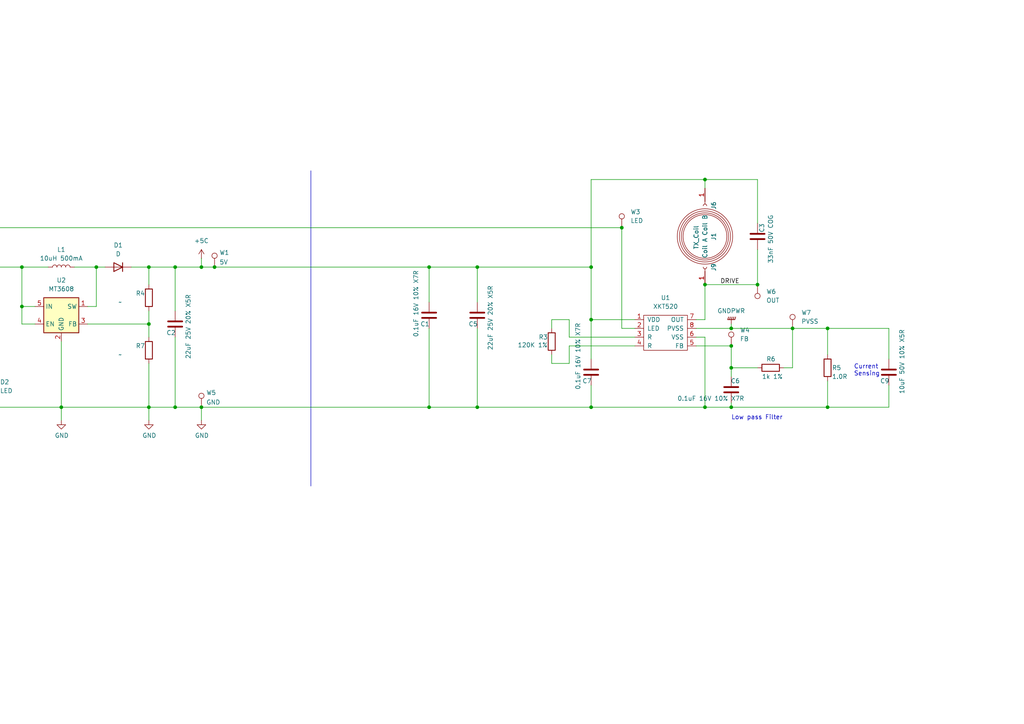
<source format=kicad_sch>
(kicad_sch (version 20250114) (generator "eeschema") (generator_version "9.0")
  (paper "A4")
  (lib_symbols
    (symbol "Connector:Conn_01x01_Female" (pin_names (offset 1.016) (hide yes))
      (property "Reference" "J" (at 0 2.54 0))
      (property "Value" "Conn_01x01_Female" (at 0 -2.54 0))
      (symbol "Conn_01x01_Female_1_1"
        (polyline (pts (xy -1.27 0) (xy -0.508 0)) (stroke (width 0.1524)))
        (arc (start 0 -0.508) (mid -0.5058 0) (end 0 0.508) (stroke (width 0.1524)))
        (pin passive line (at -5.08 0 0) (length 3.81) (name "Pin_1") (number "1"))
      )
    )
    (symbol "Connector:Screw_Terminal_01x02" (pin_names (offset 1.016) (hide yes))
      (property "Reference" "J" (at 0 2.54 0))
      (property "Value" "Screw_Terminal_01x02" (at 0 -5.08 0))
      (symbol "Screw_Terminal_01x02_1_1"
        (rectangle (start -1.27 1.27) (end 1.27 -3.81) (stroke (width 0.254)) (fill (type background)))
        (polyline (pts (xy -0.5334 0.3302) (xy 0.3302 -0.508)) (stroke (width 0.1524)))
        (polyline (pts (xy -0.5334 -2.2098) (xy 0.3302 -3.048)) (stroke (width 0.1524)))
        (polyline (pts (xy -0.3556 0.508) (xy 0.508 -0.3302)) (stroke (width 0.1524)))
        (polyline (pts (xy -0.3556 -2.032) (xy 0.508 -2.8702)) (stroke (width 0.1524)))
        (circle (center 0 0) (radius 0.635) (stroke (width 0.1524)))
        (circle (center 0 -2.54) (radius 0.635) (stroke (width 0.1524)))
        (pin passive line (at -5.08 0 0) (length 3.81) (name "Pin_1") (number "1"))
        (pin passive line (at -5.08 -2.54 0) (length 3.81) (name "Pin_2") (number "2"))
      )
    )
    (symbol "Device:C" (pin_numbers (hide yes)) (pin_names (offset 0.254))
      (property "Reference" "C" (at 0.635 2.54 0))
      (property "Value" "C" (at 0.635 -2.54 0))
      (symbol "C_0_1"
        (polyline (pts (xy -2.032 0.762) (xy 2.032 0.762)) (stroke (width 0.508)))
        (polyline (pts (xy -2.032 -0.762) (xy 2.032 -0.762)) (stroke (width 0.508)))
      )
      (symbol "C_1_1"
        (pin passive line (at 0 3.81 270) (length 2.794) (name "~") (number "1"))
        (pin passive line (at 0 -3.81 90) (length 2.794) (name "~") (number "2"))
      )
    )
    (symbol "Device:D" (pin_numbers (hide yes)) (pin_names (offset 1.016) (hide yes))
      (property "Reference" "D" (at 0 2.54 0))
      (property "Value" "D" (at 0 -2.54 0))
      (symbol "D_0_1"
        (polyline (pts (xy -1.27 1.27) (xy -1.27 -1.27)) (stroke (width 0.254)))
        (polyline (pts (xy 1.27 1.27) (xy 1.27 -1.27) (xy -1.27 0) (xy 1.27 1.27)) (stroke (width 0.254)))
        (polyline (pts (xy 1.27 0) (xy -1.27 0)))
      )
      (symbol "D_1_1"
        (pin passive line (at -3.81 0 0) (length 2.54) (name "K") (number "1"))
        (pin passive line (at 3.81 0 180) (length 2.54) (name "A") (number "2"))
      )
    )
    (symbol "Device:D_TVS" (pin_numbers (hide yes)) (pin_names (offset 1.016) (hide yes))
      (property "Reference" "D" (at 0 2.54 0))
      (property "Value" "D_TVS" (at 0 -2.54 0))
      (symbol "D_TVS_0_1"
        (polyline (pts (xy -2.54 1.27) (xy -2.54 -1.27) (xy 2.54 1.27) (xy 2.54 -1.27) (xy -2.54 1.27)) (stroke (width 0.254)))
        (polyline (pts (xy 0.508 1.27) (xy 0 1.27) (xy 0 -1.27) (xy -0.508 -1.27)) (stroke (width 0.254)))
        (polyline (pts (xy 1.27 0) (xy -1.27 0)))
      )
      (symbol "D_TVS_1_1"
        (pin passive line (at -3.81 0 0) (length 2.54) (name "A1") (number "1"))
        (pin passive line (at 3.81 0 180) (length 2.54) (name "A2") (number "2"))
      )
    )
    (symbol "Device:L" (pin_numbers (hide yes)) (pin_names (offset 1.016) (hide yes))
      (property "Reference" "L" (at -1.27 0 90))
      (property "Value" "L" (at 1.905 0 90))
      (symbol "L_0_1"
        (arc (start 0 2.54) (mid 0.6323 1.905) (end 0 1.27))
        (arc (start 0 1.27) (mid 0.6323 0.635) (end 0 0))
        (arc (start 0 0) (mid 0.6323 -0.635) (end 0 -1.27))
        (arc (start 0 -1.27) (mid 0.6323 -1.905) (end 0 -2.54))
      )
      (symbol "L_1_1"
        (pin passive line (at 0 3.81 270) (length 1.27) (name "1") (number "1"))
        (pin passive line (at 0 -3.81 90) (length 1.27) (name "2") (number "2"))
      )
    )
    (symbol "Device:LED" (pin_numbers (hide yes)) (pin_names (offset 1.016) (hide yes))
      (property "Reference" "D" (at 0 2.54 0))
      (property "Value" "LED" (at 0 -2.54 0))
      (symbol "LED_0_1"
        (polyline (pts (xy -3.048 -0.762) (xy -4.572 -2.286) (xy -3.81 -2.286) (xy -4.572 -2.286) (xy -4.572 -1.524)))
        (polyline (pts (xy -1.778 -0.762) (xy -3.302 -2.286) (xy -2.54 -2.286) (xy -3.302 -2.286) (xy -3.302 -1.524)))
        (polyline (pts (xy -1.27 0) (xy 1.27 0)))
        (polyline (pts (xy -1.27 -1.27) (xy -1.27 1.27)) (stroke (width 0.254)))
        (polyline (pts (xy 1.27 -1.27) (xy 1.27 1.27) (xy -1.27 0) (xy 1.27 -1.27)) (stroke (width 0.254)))
      )
      (symbol "LED_1_1"
        (pin passive line (at -3.81 0 0) (length 2.54) (name "K") (number "1"))
        (pin passive line (at 3.81 0 180) (length 2.54) (name "A") (number "2"))
      )
    )
    (symbol "Device:Polyfuse" (pin_numbers (hide yes)) (pin_names (offset 0))
      (property "Reference" "F" (at -2.54 0 90))
      (property "Value" "Polyfuse" (at 2.54 0 90))
      (symbol "Polyfuse_0_1"
        (polyline (pts (xy -1.524 2.54) (xy -1.524 1.524) (xy 1.524 -1.524) (xy 1.524 -2.54)))
        (rectangle (start -0.762 2.54) (end 0.762 -2.54) (stroke (width 0.254)))
        (polyline (pts (xy 0 2.54) (xy 0 -2.54)))
      )
      (symbol "Polyfuse_1_1"
        (pin passive line (at 0 3.81 270) (length 1.27) (name "~") (number "1"))
        (pin passive line (at 0 -3.81 90) (length 1.27) (name "~") (number "2"))
      )
    )
    (symbol "Device:R" (pin_numbers (hide yes)) (pin_names (offset 0))
      (property "Reference" "R" (at 2.032 0 90))
      (property "Value" "R" (at 0 0 90))
      (symbol "R_0_1"
        (rectangle (start -1.016 -2.54) (end 1.016 2.54) (stroke (width 0.254)))
      )
      (symbol "R_1_1"
        (pin passive line (at 0 3.81 270) (length 1.27) (name "~") (number "1"))
        (pin passive line (at 0 -3.81 90) (length 1.27) (name "~") (number "2"))
      )
    )
    (symbol "Pixels-dice:TEST_1P-conn" (pin_numbers (hide yes)) (pin_names (offset 0.762) (hide yes))
      (property "Reference" "W" (at 0 6.858 0))
      (property "Value" "TEST_1P-conn" (at 0 5.08 0))
      (symbol "TEST_1P-conn_0_1"
        (circle (center 0 3.302) (radius 0.762))
      )
      (symbol "TEST_1P-conn_1_1"
        (pin passive line (at 0 0 90) (length 2.54) (name "1") (number "1"))
      )
    )
    (symbol "Pixels-dice:TX_Coil"
      (property "Reference" "J" (at 0 10.16 0))
      (property "Value" "TX_Coil" (at 0 -10.16 0))
      (symbol "TX_Coil_0_1"
        (circle (center 0 0) (radius 6.35))
        (circle (center 0 0) (radius 6.8392))
        (circle (center 0 0) (radius 7.4053))
        (circle (center 0 0) (radius 8.0322))
      )
    )
    (symbol "Pixels-dice:USB_C_Receptacle_USB2.0" (pin_names (offset 1.016))
      (property "Reference" "J" (at -10.16 19.05 0))
      (property "Value" "USB_C_Receptacle_USB2.0" (at 19.05 19.05 0))
      (symbol "USB_C_Receptacle_USB2.0_0_0"
        (rectangle (start -0.254 -17.78) (end 0.254 -16.764))
        (rectangle (start 10.16 15.494) (end 9.144 14.986))
        (rectangle (start 10.16 10.414) (end 9.144 9.906))
        (rectangle (start 10.16 7.874) (end 9.144 7.366))
        (rectangle (start 10.16 2.794) (end 9.144 2.286))
        (rectangle (start 10.16 0.254) (end 9.144 -0.254))
        (rectangle (start 10.16 -2.286) (end 9.144 -2.794))
        (rectangle (start 10.16 -4.826) (end 9.144 -5.334))
        (rectangle (start 10.16 -12.446) (end 9.144 -12.954))
        (rectangle (start 10.16 -14.986) (end 9.144 -15.494))
      )
      (symbol "USB_C_Receptacle_USB2.0_0_1"
        (rectangle (start -10.16 17.78) (end 10.16 -17.78) (stroke (width 0.254)) (fill (type background)))
        (polyline (pts (xy -8.89 -3.81) (xy -8.89 3.81)) (stroke (width 0.508)))
        (rectangle (start -7.62 -3.81) (end -6.35 3.81) (stroke (width 0.254)) (fill (type outline)))
        (arc (start -7.62 3.81) (mid -6.985 4.4422) (end -6.35 3.81) (stroke (width 0.254)))
        (arc (start -7.62 3.81) (mid -6.985 4.4422) (end -6.35 3.81) (stroke (width 0.254)) (fill (type outline)))
        (arc (start -8.89 3.81) (mid -6.985 5.7066) (end -5.08 3.81) (stroke (width 0.508)))
        (arc (start -5.08 -3.81) (mid -6.985 -5.7066) (end -8.89 -3.81) (stroke (width 0.508)))
        (arc (start -6.35 -3.81) (mid -6.985 -4.4422) (end -7.62 -3.81) (stroke (width 0.254)))
        (arc (start -6.35 -3.81) (mid -6.985 -4.4422) (end -7.62 -3.81) (stroke (width 0.254)) (fill (type outline)))
        (polyline (pts (xy -5.08 3.81) (xy -5.08 -3.81)) (stroke (width 0.508)))
        (circle (center -2.54 1.143) (radius 0.635) (stroke (width 0.254)) (fill (type outline)))
        (polyline (pts (xy -1.27 4.318) (xy 0 6.858) (xy 1.27 4.318) (xy -1.27 4.318)) (stroke (width 0.254)) (fill (type outline)))
        (polyline (pts (xy 0 -2.032) (xy 2.54 0.508) (xy 2.54 1.778)) (stroke (width 0.508)))
        (polyline (pts (xy 0 -3.302) (xy -2.54 -0.762) (xy -2.54 0.508)) (stroke (width 0.508)))
        (polyline (pts (xy 0 -5.842) (xy 0 4.318)) (stroke (width 0.508)))
        (circle (center 0 -5.842) (radius 1.27) (fill (type outline)))
        (rectangle (start 1.905 1.778) (end 3.175 3.048) (stroke (width 0.254)) (fill (type outline)))
      )
      (symbol "USB_C_Receptacle_USB2.0_1_1"
        (pin passive line (at -7.62 -22.86 90) (length 5.08) (name "SHIELD") (number "S1"))
        (pin passive line (at 0 -22.86 90) (length 5.08) (name "GND") (number "A12"))
        (pin passive line (at 0 -22.86 90) (length 5.08) (hide yes) (name "GND") (number "B12"))
        (pin passive line (at 15.24 15.24 180) (length 5.08) (name "VBUS") (number "A9"))
        (pin passive line (at 15.24 15.24 180) (length 5.08) (hide yes) (name "VBUS") (number "B9"))
        (pin bidirectional line (at 15.24 10.16 180) (length 5.08) (name "CC1") (number "A5"))
        (pin bidirectional line (at 15.24 7.62 180) (length 5.08) (name "CC2") (number "B5"))
      )
    )
    (symbol "Pixels-dice:XKT520" (pin_names (offset 1.016))
      (property "Reference" "U" (at 0 6.35 0))
      (property "Value" "XKT520" (at 0 -6.35 0))
      (symbol "XKT520_0_1"
        (rectangle (start -6.35 5.08) (end 6.35 -5.08))
      )
      (symbol "XKT520_1_1"
        (pin power_in line (at -8.89 3.81 0) (length 2.54) (name "VDD") (number "1"))
        (pin output line (at -8.89 1.27 0) (length 2.54) (name "LED") (number "2"))
        (pin passive line (at -8.89 -1.27 0) (length 2.54) (name "R") (number "3"))
        (pin passive line (at -8.89 -3.81 0) (length 2.54) (name "R") (number "4"))
        (pin output line (at 8.89 3.81 180) (length 2.54) (name "OUT") (number "7"))
        (pin output line (at 8.89 1.27 180) (length 2.54) (name "PVSS") (number "8"))
        (pin power_in line (at 8.89 -1.27 180) (length 2.54) (name "VSS") (number "6"))
        (pin input line (at 8.89 -3.81 180) (length 2.54) (name "FB") (number "5"))
      )
    )
    (symbol "Regulator_Switching:MT3608"
      (property "Reference" "U" (at -2.54 8.89 0))
      (property "Value" "MT3608" (at -3.81 6.35 0))
      (symbol "MT3608_0_1"
        (rectangle (start -5.08 5.08) (end 5.08 -5.08) (stroke (width 0.254)) (fill (type background)))
      )
      (symbol "MT3608_1_1"
        (pin power_in line (at -7.62 2.54 0) (length 2.54) (name "IN") (number "5"))
        (pin input line (at -7.62 -2.54 0) (length 2.54) (name "EN") (number "4"))
        (pin power_in line (at 0 -7.62 90) (length 2.54) (name "GND") (number "2"))
        (pin no_connect line (at 5.08 0 180) (length 2.54) (hide yes) (name "NC") (number "6"))
        (pin passive line (at 7.62 2.54 180) (length 2.54) (name "SW") (number "1"))
        (pin input line (at 7.62 -2.54 180) (length 2.54) (name "FB") (number "3"))
      )
    )
    (symbol "Transistor_FET:2N7002" (pin_names (hide yes))
      (property "Reference" "Q" (at 5.08 1.905 0))
      (property "Value" "2N7002" (at 5.08 0 0))
      (symbol "2N7002_0_1"
        (polyline (pts (xy 0.254 1.905) (xy 0.254 -1.905)) (stroke (width 0.254)))
        (polyline (pts (xy 0.254 0) (xy -2.54 0)))
        (polyline (pts (xy 0.762 2.286) (xy 0.762 1.27)) (stroke (width 0.254)))
        (polyline (pts (xy 0.762 0.508) (xy 0.762 -0.508)) (stroke (width 0.254)))
        (polyline (pts (xy 0.762 -1.27) (xy 0.762 -2.286)) (stroke (width 0.254)))
        (polyline (pts (xy 0.762 -1.778) (xy 3.302 -1.778) (xy 3.302 1.778) (xy 0.762 1.778)))
        (polyline (pts (xy 1.016 0) (xy 2.032 0.381) (xy 2.032 -0.381) (xy 1.016 0)) (fill (type outline)))
        (circle (center 1.651 0) (radius 2.794) (stroke (width 0.254)))
        (polyline (pts (xy 2.54 2.54) (xy 2.54 1.778)))
        (circle (center 2.54 1.778) (radius 0.254) (fill (type outline)))
        (circle (center 2.54 -1.778) (radius 0.254) (fill (type outline)))
        (polyline (pts (xy 2.54 -2.54) (xy 2.54 0) (xy 0.762 0)))
        (polyline (pts (xy 2.794 0.508) (xy 2.921 0.381) (xy 3.683 0.381) (xy 3.81 0.254)))
        (polyline (pts (xy 3.302 0.381) (xy 2.921 -0.254) (xy 3.683 -0.254) (xy 3.302 0.381)))
      )
      (symbol "2N7002_1_1"
        (pin input line (at -5.08 0 0) (length 2.54) (name "G") (number "1"))
        (pin passive line (at 2.54 5.08 270) (length 2.54) (name "D") (number "3"))
        (pin passive line (at 2.54 -5.08 90) (length 2.54) (name "S") (number "2"))
      )
    )
    (symbol "power:+5C" (power) (pin_numbers (hide yes)) (pin_names (offset 0) (hide yes))
      (property "Value" "+5C" (at 0 3.556 0))
      (symbol "+5C_0_1"
        (polyline (pts (xy -0.762 1.27) (xy 0 2.54)))
        (polyline (pts (xy 0 2.54) (xy 0.762 1.27)))
        (polyline (pts (xy 0 0) (xy 0 2.54)))
      )
      (symbol "+5C_1_1"
        (pin power_in line (at 0 0 90) (length 0) (name "~") (number "1"))
      )
    )
    (symbol "power:+5V" (power) (pin_numbers (hide yes)) (pin_names (offset 0) (hide yes))
      (property "Value" "+5V" (at 0 3.556 0))
      (symbol "+5V_0_1"
        (polyline (pts (xy -0.762 1.27) (xy 0 2.54)))
        (polyline (pts (xy 0 2.54) (xy 0.762 1.27)))
        (polyline (pts (xy 0 0) (xy 0 2.54)))
      )
      (symbol "+5V_1_1"
        (pin power_in line (at 0 0 90) (length 0) (name "~") (number "1"))
      )
    )
    (symbol "power:GND" (power) (pin_names (offset 0))
      (property "Value" "GND" (at 0 -3.81 0))
      (symbol "GND_0_1"
        (polyline (pts (xy 0 0) (xy 0 -1.27) (xy 1.27 -1.27) (xy 0 -2.54) (xy -1.27 -1.27) (xy 0 -1.27)))
      )
      (symbol "GND_1_1"
        (pin power_in line (at 0 0 270) (length 0) (hide yes) (name "GND") (number "1"))
      )
    )
    (symbol "power:GNDPWR" (power) (pin_names (offset 0))
      (property "Value" "GNDPWR" (at 0 -3.302 0))
      (symbol "GNDPWR_0_1"
        (polyline (pts (xy -1.016 -1.27) (xy -1.27 -2.032) (xy -1.27 -2.032)) (stroke (width 0.2032)))
        (polyline (pts (xy -0.508 -1.27) (xy -0.762 -2.032) (xy -0.762 -2.032)) (stroke (width 0.2032)))
        (polyline (pts (xy 0 -1.27) (xy 0 0)))
        (polyline (pts (xy 0 -1.27) (xy -0.254 -2.032) (xy -0.254 -2.032)) (stroke (width 0.2032)))
        (polyline (pts (xy 0.508 -1.27) (xy 0.254 -2.032) (xy 0.254 -2.032)) (stroke (width 0.2032)))
        (polyline (pts (xy 1.016 -1.27) (xy -1.016 -1.27) (xy -1.016 -1.27)) (stroke (width 0.2032)))
        (polyline (pts (xy 1.016 -1.27) (xy 0.762 -2.032) (xy 0.762 -2.032) (xy 0.762 -2.032)) (stroke (width 0.2032)))
      )
      (symbol "GNDPWR_1_1"
        (pin power_in line (at 0 0 270) (length 0) (hide yes) (name "GNDPWR") (number "1"))
      )
    )
    (symbol "power:VBUS" (power) (pin_names (offset 0))
      (property "Value" "VBUS" (at 0 3.81 0))
      (symbol "VBUS_0_1"
        (polyline (pts (xy -0.762 1.27) (xy 0 2.54)))
        (polyline (pts (xy 0 2.54) (xy 0.762 1.27)))
        (polyline (pts (xy 0 0) (xy 0 2.54)))
      )
      (symbol "VBUS_1_1"
        (pin power_in line (at 0 0 90) (length 0) (hide yes) (name "VBUS") (number "1"))
      )
    )
  )
  (text "ESD Protection" (at -72.644 104.648 0) (effects (font (size 1.27 1.27)) (justify left bottom)))
  (text "Current\nSensing" (at 247.65 109.22 0) (effects (font (size 1.27 1.27)) (justify left bottom)))
  (text "1500mA\n(Common Value)" (at -100.33 99.06 0) (effects (font (size 1.27 1.27)) (justify left bottom)))
  (text "Low pass Filter" (at 212.09 121.92 0) (effects (font (size 1.27 1.27)) (justify left bottom)))
  (text "Limits inrush current" (at -70.612 82.804 0) (effects (font (size 1.27 1.27)) (justify left bottom)))
  (junction (at -85.09 118.11))
  (junction (at -97.79 77.47))
  (junction (at -16.51 97.79))
  (junction (at 171.45 92.71))
  (junction (at 17.78 118.11))
  (junction (at 204.47 52.07))
  (junction (at -3.81 97.79))
  (junction (at -26.67 77.47))
  (junction (at -52.07 77.47))
  (junction (at 58.42 77.47))
  (junction (at 171.45 118.11))
  (junction (at 212.09 100.33))
  (junction (at -91.44 118.11))
  (junction (at -73.66 118.11))
  (junction (at 138.43 77.47))
  (junction (at 6.35 77.47))
  (junction (at 27.94 77.47))
  (junction (at 219.71 82.55))
  (junction (at 58.42 118.11))
  (junction (at 124.46 118.11))
  (junction (at -3.81 118.11))
  (junction (at 212.09 106.68))
  (junction (at -68.58 77.47))
  (junction (at 50.8 118.11))
  (junction (at 50.8 77.47))
  (junction (at 240.03 95.25))
  (junction (at 43.18 118.11))
  (junction (at 171.45 77.47))
  (junction (at 62.23 77.47))
  (junction (at -46.99 118.11))
  (junction (at 6.35 88.9))
  (junction (at 43.18 93.98))
  (junction (at -40.64 118.11))
  (junction (at 138.43 118.11))
  (junction (at 180.34 66.04))
  (junction (at -40.64 77.47))
  (junction (at 212.09 118.11))
  (junction (at 204.47 82.55))
  (junction (at -16.51 118.11))
  (junction (at 124.46 77.47))
  (junction (at 43.18 77.47))
  (junction (at -114.3 118.11))
  (junction (at -46.99 77.47))
  (junction (at 229.87 95.25))
  (junction (at -26.67 118.11))
  (junction (at 240.03 118.11))
  (junction (at 212.09 95.25))
  (junction (at 204.47 118.11))
  (junction (at -73.66 77.47))
  (wire (pts (xy 165.1 92.71) (xy 160.02 92.71)))
  (wire (pts (xy -16.51 111.76) (xy -16.51 118.11)))
  (wire (pts (xy -64.77 86.36) (xy -68.58 86.36)))
  (wire (pts (xy 6.35 77.47) (xy 13.97 77.47)))
  (wire (pts (xy 43.18 93.98) (xy 43.18 97.79)))
  (wire (pts (xy 227.33 106.68) (xy 229.87 106.68)))
  (wire (pts (xy 212.09 93.98) (xy 212.09 95.25)))
  (wire (pts (xy 165.1 105.41) (xy 160.02 105.41)))
  (wire (pts (xy 204.47 54.61) (xy 204.47 52.07)))
  (wire (pts (xy 219.71 82.55) (xy 204.47 82.55)))
  (wire (pts (xy 212.09 106.68) (xy 212.09 109.22)))
  (wire (pts (xy 17.78 99.06) (xy 17.78 118.11)))
  (wire (pts (xy -3.81 97.79) (xy -3.81 106.68)))
  (wire (pts (xy -73.66 77.47) (xy -73.66 87.63)))
  (wire (pts (xy -85.09 82.55) (xy -85.09 87.63)))
  (wire (pts (xy 124.46 118.11) (xy 138.43 118.11)))
  (wire (pts (xy 6.35 88.9) (xy 6.35 77.47)))
  (wire (pts (xy 43.18 118.11) (xy 43.18 121.92)))
  (wire (pts (xy 240.03 95.25) (xy 257.81 95.25)))
  (wire (pts (xy 204.47 92.71) (xy 201.93 92.71)))
  (wire (pts (xy 212.09 95.25) (xy 229.87 95.25)))
  (wire (pts (xy 212.09 106.68) (xy 219.71 106.68)))
  (wire (pts (xy 165.1 92.71) (xy 165.1 97.79)))
  (wire (pts (xy 201.93 100.33) (xy 212.09 100.33)))
  (wire (pts (xy -26.67 83.82) (xy -26.67 77.47)))
  (wire (pts (xy -68.58 77.47) (xy -64.77 77.47)))
  (wire (pts (xy 180.34 66.04) (xy 180.34 95.25)))
  (wire (pts (xy -26.67 102.87) (xy -26.67 118.11)))
  (wire (pts (xy 171.45 52.07) (xy 204.47 52.07)))
  (wire (pts (xy -40.64 77.47) (xy -26.67 77.47)))
  (polyline (pts (xy 90.17 49.53) (xy 90.17 140.97)))
  (wire (pts (xy -46.99 118.11) (xy -40.64 118.11)))
  (wire (pts (xy 43.18 77.47) (xy 43.18 82.55)))
  (wire (pts (xy -52.07 77.47) (xy -46.99 77.47)))
  (wire (pts (xy -24.13 83.82) (xy -26.67 83.82)))
  (wire (pts (xy -46.99 118.11) (xy -46.99 121.92)))
  (wire (pts (xy 17.78 118.11) (xy 43.18 118.11)))
  (wire (pts (xy 257.81 118.11) (xy 240.03 118.11)))
  (wire (pts (xy 50.8 77.47) (xy 58.42 77.47)))
  (wire (pts (xy 124.46 77.47) (xy 138.43 77.47)))
  (wire (pts (xy -57.15 77.47) (xy -52.07 77.47)))
  (wire (pts (xy -6.35 97.79) (xy -3.81 97.79)))
  (wire (pts (xy -46.99 77.47) (xy -40.64 77.47)))
  (wire (pts (xy 25.4 88.9) (xy 27.94 88.9)))
  (wire (pts (xy 171.45 52.07) (xy 171.45 77.47)))
  (wire (pts (xy 138.43 77.47) (xy 171.45 77.47)))
  (wire (pts (xy 219.71 72.39) (xy 219.71 82.55)))
  (wire (pts (xy 219.71 52.07) (xy 204.47 52.07)))
  (wire (pts (xy -46.99 74.93) (xy -46.99 77.47)))
  (wire (pts (xy 38.1 77.47) (xy 43.18 77.47)))
  (wire (pts (xy 58.42 118.11) (xy 58.42 121.92)))
  (wire (pts (xy 165.1 105.41) (xy 165.1 100.33)))
  (wire (pts (xy 219.71 52.07) (xy 219.71 64.77)))
  (wire (pts (xy 50.8 77.47) (xy 50.8 90.17)))
  (wire (pts (xy 43.18 118.11) (xy 50.8 118.11)))
  (wire (pts (xy 138.43 118.11) (xy 171.45 118.11)))
  (wire (pts (xy -85.09 95.25) (xy -85.09 118.11)))
  (wire (pts (xy 257.81 111.76) (xy 257.81 118.11)))
  (wire (pts (xy 229.87 95.25) (xy 240.03 95.25)))
  (wire (pts (xy 204.47 97.79) (xy 204.47 118.11)))
  (wire (pts (xy 17.78 118.11) (xy 17.78 121.92)))
  (wire (pts (xy 58.42 77.47) (xy 62.23 77.47)))
  (wire (pts (xy -3.81 66.04) (xy -3.81 97.79)))
  (wire (pts (xy -3.81 118.11) (xy 17.78 118.11)))
  (wire (pts (xy -46.99 90.17) (xy -46.99 118.11)))
  (wire (pts (xy -3.81 66.04) (xy 180.34 66.04)))
  (wire (pts (xy 204.47 82.55) (xy 204.47 92.71)))
  (wire (pts (xy -121.92 115.57) (xy -121.92 118.11)))
  (wire (pts (xy -73.66 77.47) (xy -68.58 77.47)))
  (wire (pts (xy -40.64 118.11) (xy -40.64 121.92)))
  (wire (pts (xy 240.03 118.11) (xy 212.09 118.11)))
  (wire (pts (xy -16.51 97.79) (xy -13.97 97.79)))
  (wire (pts (xy -99.06 77.47) (xy -97.79 77.47)))
  (wire (pts (xy -26.67 77.47) (xy 6.35 77.47)))
  (wire (pts (xy 43.18 90.17) (xy 43.18 93.98)))
  (wire (pts (xy 171.45 92.71) (xy 171.45 104.14)))
  (wire (pts (xy -73.66 118.11) (xy -46.99 118.11)))
  (wire (pts (xy -40.64 77.47) (xy -40.64 82.55)))
  (wire (pts (xy 43.18 105.41) (xy 43.18 118.11)))
  (wire (pts (xy -97.79 77.47) (xy -73.66 77.47)))
  (wire (pts (xy -26.67 86.36) (xy -24.13 86.36)))
  (wire (pts (xy -85.09 118.11) (xy -73.66 118.11)))
  (wire (pts (xy -52.07 86.36) (xy -52.07 77.47)))
  (wire (pts (xy 27.94 88.9) (xy 27.94 77.47)))
  (wire (pts (xy -114.3 118.11) (xy -91.44 118.11)))
  (wire (pts (xy 212.09 106.68) (xy 212.09 100.33)))
  (wire (pts (xy -16.51 118.11) (xy -3.81 118.11)))
  (wire (pts (xy 62.23 77.47) (xy 124.46 77.47)))
  (wire (pts (xy 180.34 95.25) (xy 184.15 95.25)))
  (wire (pts (xy 58.42 118.11) (xy 124.46 118.11)))
  (wire (pts (xy -40.64 118.11) (xy -26.67 118.11)))
  (wire (pts (xy 30.48 77.47) (xy 27.94 77.47)))
  (wire (pts (xy -91.44 95.25) (xy -91.44 118.11)))
  (wire (pts (xy -99.06 82.55) (xy -85.09 82.55)))
  (wire (pts (xy 124.46 95.25) (xy 124.46 118.11)))
  (wire (pts (xy 138.43 95.25) (xy 138.43 118.11)))
  (wire (pts (xy -3.81 114.3) (xy -3.81 118.11)))
  (wire (pts (xy 171.45 77.47) (xy 171.45 92.71)))
  (wire (pts (xy 50.8 97.79) (xy 50.8 118.11)))
  (wire (pts (xy 229.87 106.68) (xy 229.87 95.25)))
  (wire (pts (xy 160.02 105.41) (xy 160.02 102.87)))
  (wire (pts (xy -91.44 118.11) (xy -91.44 121.92)))
  (wire (pts (xy 58.42 74.93) (xy 58.42 77.47)))
  (wire (pts (xy -57.15 86.36) (xy -52.07 86.36)))
  (wire (pts (xy 171.45 92.71) (xy 184.15 92.71)))
  (wire (pts (xy 10.16 93.98) (xy 6.35 93.98)))
  (wire (pts (xy -19.05 97.79) (xy -16.51 97.79)))
  (wire (pts (xy 171.45 111.76) (xy 171.45 118.11)))
  (wire (pts (xy 160.02 92.71) (xy 160.02 95.25)))
  (wire (pts (xy 138.43 77.47) (xy 138.43 87.63)))
  (wire (pts (xy -73.66 95.25) (xy -73.66 118.11)))
  (wire (pts (xy 240.03 95.25) (xy 240.03 102.87)))
  (wire (pts (xy -26.67 118.11) (xy -16.51 118.11)))
  (wire (pts (xy 50.8 118.11) (xy 58.42 118.11)))
  (wire (pts (xy -91.44 118.11) (xy -85.09 118.11)))
  (wire (pts (xy -40.64 90.17) (xy -40.64 118.11)))
  (wire (pts (xy 10.16 88.9) (xy 6.35 88.9)))
  (wire (pts (xy 6.35 93.98) (xy 6.35 88.9)))
  (wire (pts (xy 165.1 100.33) (xy 184.15 100.33)))
  (wire (pts (xy 201.93 95.25) (xy 212.09 95.25)))
  (wire (pts (xy 240.03 110.49) (xy 240.03 118.11)))
  (wire (pts (xy 257.81 95.25) (xy 257.81 104.14)))
  (wire (pts (xy -16.51 97.79) (xy -16.51 104.14)))
  (wire (pts (xy -91.44 85.09) (xy -91.44 87.63)))
  (wire (pts (xy -26.67 86.36) (xy -26.67 92.71)))
  (wire (pts (xy 124.46 87.63) (xy 124.46 77.47)))
  (wire (pts (xy -99.06 85.09) (xy -91.44 85.09)))
  (wire (pts (xy 204.47 97.79) (xy 201.93 97.79)))
  (wire (pts (xy 204.47 118.11) (xy 212.09 118.11)))
  (wire (pts (xy -114.3 115.57) (xy -114.3 118.11)))
  (wire (pts (xy 21.59 77.47) (xy 27.94 77.47)))
  (wire (pts (xy -97.79 74.93) (xy -97.79 77.47)))
  (wire (pts (xy -68.58 86.36) (xy -68.58 77.47)))
  (wire (pts (xy 212.09 116.84) (xy 212.09 118.11)))
  (wire (pts (xy 25.4 93.98) (xy 43.18 93.98)))
  (wire (pts (xy 171.45 118.11) (xy 204.47 118.11)))
  (wire (pts (xy 165.1 97.79) (xy 184.15 97.79)))
  (wire (pts (xy 43.18 77.47) (xy 50.8 77.47)))
  (wire (pts (xy -46.99 77.47) (xy -46.99 82.55)))
  (wire (pts (xy -121.92 118.11) (xy -114.3 118.11)))
  (label "DRIVE" (at 208.915 82.55 0))
  (symbol (lib_id "Pixels-dice:USB_C_Receptacle_USB2.0") (at -114.3 92.71 0) (unit 1)
    (property "Reference" "J8" (at -106.68 113.03 0))
    (property "Value" "USB_C_Receptacle_USB2.0" (at -125.73 95.25 90))
    (property "Footprint" "Pixels-dice:USB-C-SMD_10P-P1.00-L6.8-W8.9" (effects (hide yes)))
    (property "Datasheet" "https://www.usb.org/sites/default/files/documents/usb_type-c.zip" (effects (hide yes)))
    (property "LCSC Part Number" "C283540" (effects (hide yes)))
    (property "Part Number" "TYPE-C-31-M-17" (effects (hide yes)))
    (property "Manufacturer" "Korean Hroparts Elec" (effects (hide yes)))
    (property "Pixels Part Number" "SMD-J108" (effects (hide yes)))
  )
  (symbol (lib_id "Device:R") (at -85.09 91.44 180) (unit 1)
    (property "Reference" "R2" (at -83.82 91.44 0) (effects (justify right)))
    (property "Value" "5.1k 1%" (at -83.82 93.98 0) (effects (justify right)))
    (property "Footprint" "Resistor_SMD:R_0402_1005Metric" (effects (hide yes)))
    (property "LCSC Part Number" "C25905" (effects (hide yes)))
    (property "Part Number" "0402WGF5101TCE" (effects (hide yes)))
    (property "Manufacturer" "UNI-ROYAL(Uniroyal Elec)" (effects (hide yes)))
    (property "Pixels Part Number" "SMD-R101" (effects (hide yes)))
  )
  (symbol (lib_id "Device:C") (at 50.8 93.98 0) (unit 1)
    (property "Reference" "C2" (at 48.26 96.52 0) (effects (justify left)))
    (property "Value" "22uF 25V 20% X5R" (at 54.61 104.14 90) (effects (justify left)))
    (property "Footprint" "Capacitor_SMD:C_0805_2012Metric" (effects (hide yes)))
    (property "LCSC Part Number" "C86816" (effects (hide yes)))
    (property "Part Number" "GRM21BR61E226ME44L" (effects (hide yes)))
    (property "Manufacturer" "Murata" (effects (hide yes)))
  )
  (symbol (lib_id "Device:C") (at 124.46 91.44 0) (unit 1)
    (property "Reference" "C1" (at 121.92 93.98 0) (effects (justify left)))
    (property "Value" "0.1uF 16V 10% X7R" (at 120.65 97.79 90) (effects (justify left)))
    (property "Footprint" "Capacitor_SMD:C_0603_1608Metric" (effects (hide yes)))
    (property "LCSC Part Number" "C66501" (effects (hide yes)))
    (property "Part Number" "CL10B104KO8NNNC" (effects (hide yes)))
    (property "Manufacturer" "Samsung Electro-Mechanics" (effects (hide yes)))
  )
  (symbol (lib_id "Connector:Conn_01x01_Female") (at 204.47 77.47 270) (mirror x) (unit 1)
    (property "Reference" "J9" (at 207.01 78.74 0) (effects (justify left)))
    (property "Value" "Coil A" (at 204.47 74.93 0) (effects (justify left)))
    (property "Footprint" "Pixels-dice:COIL_CON" (effects (hide yes)))
  )
  (symbol (lib_id "Connector:Conn_01x01_Female") (at 204.47 59.69 90) (mirror x) (unit 1)
    (property "Reference" "J6" (at 207.01 58.42 0) (effects (justify left)))
    (property "Value" "Coil B" (at 204.47 62.23 0) (effects (justify left)))
    (property "Footprint" "Pixels-dice:COIL_CON" (effects (hide yes)))
  )
  (symbol (lib_id "Device:R") (at -91.44 91.44 180) (unit 1)
    (property "Reference" "R1" (at -95.25 91.44 0) (effects (justify right)))
    (property "Value" "5.1k 1%" (at -100.33 93.98 0) (effects (justify right)))
    (property "Footprint" "Resistor_SMD:R_0402_1005Metric" (effects (hide yes)))
    (property "LCSC Part Number" "C25905" (effects (hide yes)))
    (property "Part Number" "0402WGF5101TCE" (effects (hide yes)))
    (property "Manufacturer" "UNI-ROYAL(Uniroyal Elec)" (effects (hide yes)))
    (property "Pixels Part Number" "SMD-R101" (effects (hide yes)))
  )
  (symbol (lib_id "power:VBUS") (at -97.79 74.93 0) (unit 1)
    (property "Reference" "#PWR08" (effects (hide yes)))
    (property "Value" "VBUS" (at -97.409 70.5358 0))
  )
  (symbol (lib_id "Regulator_Switching:MT3608") (at 17.78 91.44 0) (unit 1)
    (property "Reference" "U2" (at 17.78 81.28 0))
    (property "Value" "MT3608" (at 17.78 83.82 0))
    (property "Footprint" "Package_TO_SOT_SMD:SOT-23-6" (effects (hide yes)))
    (property "Datasheet" "https://www.olimex.com/Products/Breadboarding/BB-PWR-3608/resources/MT3608.pdf" (effects (hide yes)))
    (property "Description" "High Efficiency 1.2MHz 2A Step Up Converter, 2-24V Vin, 28V Vout, 4A current limit, 1.2MHz, SOT23-6" (effects (hide yes)))
  )
  (symbol (lib_id "Device:L") (at 17.78 77.47 90) (unit 1)
    (property "Reference" "L1" (at 17.78 72.39 90))
    (property "Value" "10uH 500mA" (at 17.78 74.93 90))
    (property "Footprint" "Inductor_SMD:L_Taiyo-Yuden_MD-3030" (effects (hide yes)))
    (property "Description" "Inductor" (effects (hide yes)))
  )
  (symbol (lib_id "power:GND") (at -46.99 121.92 0) (unit 1)
    (property "Reference" "#PWR010" (effects (hide yes)))
    (property "Value" "GND" (at -46.863 126.3142 0))
  )
  (symbol (lib_id "Device:C") (at -60.96 86.36 270) (unit 1)
    (property "Reference" "C13" (at -63.5 83.82 0) (effects (justify left)))
    (property "Value" "10uF 50V 10% X5R" (at -58.42 82.55 0) (effects (justify left)))
    (property "Footprint" "Capacitor_SMD:C_0805_2012Metric" (effects (hide yes)))
    (property "LCSC Part Number" "C440198" (effects (hide yes)))
    (property "Part Number" "GRM21BR61H106KE43L" (effects (hide yes)))
    (property "Manufacturer" "Murata" (effects (hide yes)))
  )
  (symbol (lib_id "power:+5C") (at 58.42 74.93 0) (unit 1)
    (property "Reference" "#PWR01" (effects (hide yes)))
    (property "Value" "+5C" (at 58.42 69.85 0))
    (property "Description" "Power symbol creates a global label with name \"+5C\"" (effects (hide yes)))
  )
  (symbol (lib_id "Device:R") (at 43.18 101.6 180) (unit 1)
    (property "Reference" "R7" (at 39.37 100.33 0) (effects (justify right)))
    (property "Value" "~" (at 34.29 102.87 0) (effects (justify right)))
    (property "Footprint" "Resistor_SMD:R_0402_1005Metric" (effects (hide yes)))
    (property "Manufacturer" "UNI-ROYAL(Uniroyal Elec)" (effects (hide yes)))
  )
  (symbol (lib_id "Pixels-dice:TEST_1P-conn") (at 229.87 95.25 0) (unit 1)
    (property "Reference" "W7" (at 232.41 90.6779 0) (effects (justify left)))
    (property "Value" "PVSS" (at 232.41 93.2179 0) (effects (justify left)))
    (property "Footprint" "Pixels-dice:TEST_PIN" (effects (hide yes)))
  )
  (symbol (lib_id "Pixels-dice:TEST_1P-conn") (at 212.09 100.33 0) (unit 1)
    (property "Reference" "W4" (at 214.63 95.7579 0) (effects (justify left)))
    (property "Value" "FB" (at 214.63 98.2979 0) (effects (justify left)))
    (property "Footprint" "Pixels-dice:TEST_PIN" (effects (hide yes)))
  )
  (symbol (lib_id "Device:LED") (at -3.81 110.49 90) (unit 1)
    (property "Reference" "D2" (at 0 110.8074 90) (effects (justify right)))
    (property "Value" "LED" (at 0 113.3474 90) (effects (justify right)))
    (property "Footprint" "LED_SMD:LED_0603_1608Metric" (effects (hide yes)))
    (property "LCSC Part Number" "C125099" (effects (hide yes)))
    (property "Manufacturer" "Lite-On" (effects (hide yes)))
    (property "Part Number" "LTST-C191KRKT" (effects (hide yes)))
  )
  (symbol (lib_id "Pixels-dice:TEST_1P-conn") (at -73.66 77.47 0) (unit 1)
    (property "Reference" "W8" (at -74.93 69.85 0) (effects (justify left)))
    (property "Value" "VBUS" (at -74.93 72.39 0) (effects (justify left)))
    (property "Footprint" "Pixels-dice:TEST_PIN" (effects (hide yes)))
  )
  (symbol (lib_id "Device:C") (at 219.71 68.58 0) (mirror x) (unit 1)
    (property "Reference" "C3" (at 220.98 64.77 90) (effects (justify left)))
    (property "Value" "33nF 50V COG" (at 223.52 62.23 90) (effects (justify left)))
    (property "Footprint" "Capacitor_SMD:C_1206_3216Metric" (effects (hide yes)))
    (property "Part Number" "GRM3195C1H333JA01J" (effects (hide yes)))
    (property "Manufacturer" "Murata" (effects (hide yes)))
  )
  (symbol (lib_id "Connector:Screw_Terminal_01x02") (at -19.05 83.82 0) (unit 1)
    (property "Reference" "J2" (at -19.05 92.71 0))
    (property "Value" "Screw_Terminal_01x02" (at -19.05 90.17 0))
    (property "Footprint" "Pixels-dice:DB125-3.81-2P-GN-S" (effects (hide yes)))
    (property "Manufacturer" "DORABO" (effects (hide yes)))
    (property "Manufacturer Part Number" "DB125-3.81-2P-GN-S" (effects (hide yes)))
    (property "LCSC Part Number" "C395878" (effects (hide yes)))
  )
  (symbol (lib_id "Device:C") (at 257.81 107.95 0) (unit 1)
    (property "Reference" "C9" (at 255.27 110.49 0) (effects (justify left)))
    (property "Value" "10uF 50V 10% X5R" (at 261.62 114.3 90) (effects (justify left)))
    (property "Footprint" "Capacitor_SMD:C_0805_2012Metric" (effects (hide yes)))
    (property "Part Number" "GRM21BR61H106KE43L" (effects (hide yes)))
  )
  (symbol (lib_id "Device:D_TVS") (at -73.66 91.44 270) (unit 1)
    (property "Reference" "D4" (at -71.12 90.1699 90) (effects (justify left)))
    (property "Value" "D_TVS" (at -71.12 92.7099 90) (effects (justify left)))
    (property "Footprint" "Pixels-dice:DFN" (effects (hide yes)))
    (property "Manufacturer" "Murata" (effects (hide yes)))
    (property "Part Number" "LXES1UTAA1-157" (effects (hide yes)))
    (property "LCSC Part Number" "C5210979" (effects (hide yes)))
  )
  (symbol (lib_id "power:GNDPWR") (at 212.09 93.98 180) (unit 1)
    (property "Reference" "#PWR02" (effects (hide yes)))
    (property "Value" "GNDPWR" (at 212.09 90.17 0))
  )
  (symbol (lib_id "Pixels-dice:TEST_1P-conn") (at 58.42 118.11 0) (unit 1)
    (property "Reference" "W5" (at 59.817 113.8995 0) (effects (justify left)))
    (property "Value" "GND" (at 59.817 116.6746 0) (effects (justify left)))
    (property "Footprint" "Pixels-dice:TEST_PIN" (effects (hide yes)))
  )
  (symbol (lib_id "power:GND") (at 58.42 121.92 0) (unit 1)
    (property "Reference" "#PWR03" (effects (hide yes)))
    (property "Value" "GND" (at 58.547 126.3142 0))
  )
  (symbol (lib_id "Device:C") (at -40.64 86.36 0) (unit 1)
    (property "Reference" "C12" (at -41.91 91.44 90) (effects (justify left)))
    (property "Value" "22uF 25V" (at -39.37 87.63 90) (effects (justify right)))
    (property "Footprint" "Capacitor_SMD:C_1210_3225Metric" (effects (hide yes)))
    (property "Manufacturer" "Samsung" (effects (hide yes)))
    (property "Manufacturer Part Number" "CL31A226KAHNNNE" (effects (hide yes)))
    (property "Generic OK" "YES" (effects (hide yes)))
    (property "LCSC Part Number" "C12891" (effects (hide yes)))
  )
  (symbol (lib_id "Device:R") (at 43.18 86.36 180) (unit 1)
    (property "Reference" "R4" (at 39.37 85.09 0) (effects (justify right)))
    (property "Value" "~" (at 34.29 87.63 0) (effects (justify right)))
    (property "Footprint" "Resistor_SMD:R_0402_1005Metric" (effects (hide yes)))
    (property "Manufacturer" "UNI-ROYAL(Uniroyal Elec)" (effects (hide yes)))
  )
  (symbol (lib_id "Device:C") (at -46.99 86.36 0) (unit 1)
    (property "Reference" "C10" (at -48.26 91.44 90) (effects (justify left)))
    (property "Value" "22uF 25V" (at -45.72 87.63 90) (effects (justify right)))
    (property "Footprint" "Capacitor_SMD:C_1210_3225Metric" (effects (hide yes)))
    (property "Manufacturer" "Samsung" (effects (hide yes)))
    (property "Manufacturer Part Number" "CL31A226KAHNNNE" (effects (hide yes)))
    (property "Generic OK" "YES" (effects (hide yes)))
    (property "LCSC Part Number" "C12891" (effects (hide yes)))
  )
  (symbol (lib_id "Pixels-dice:TEST_1P-conn") (at 62.23 77.47 0) (unit 1)
    (property "Reference" "W1" (at 63.627 73.2595 0) (effects (justify left)))
    (property "Value" "5V" (at 63.627 76.0346 0) (effects (justify left)))
    (property "Footprint" "Pixels-dice:TEST_PIN" (effects (hide yes)))
  )
  (symbol (lib_id "Pixels-dice:TEST_1P-conn") (at 219.71 82.55 180) (unit 1)
    (property "Reference" "W6" (at 222.25 84.5819 0) (effects (justify right)))
    (property "Value" "OUT" (at 222.25 87.1219 0) (effects (justify right)))
    (property "Footprint" "Pixels-dice:TEST_PIN" (effects (hide yes)))
  )
  (symbol (lib_id "power:+5V") (at -46.99 74.93 0) (unit 1)
    (property "Reference" "#PWR04" (effects (hide yes)))
    (property "Value" "+5V" (at -46.99 69.85 0))
    (property "Description" "Power symbol creates a global label with name \"+5V\"" (effects (hide yes)))
  )
  (symbol (lib_id "Device:Polyfuse") (at -60.96 77.47 90) (unit 1)
    (property "Reference" "F2" (at -60.96 72.1065 90))
    (property "Value" "250mA 150mR" (at -60.96 74.8816 90))
    (property "Footprint" "Fuse:Fuse_1206_3216Metric" (effects (hide yes)))
    (property "Manufacturer" "BHFUSE" (effects (hide yes)))
    (property "Part Number" "BSMD1206-025-33V" (effects (hide yes)))
    (property "LCSC Part Number" "C2977524" (effects (hide yes)))
  )
  (symbol (lib_id "Device:R") (at 223.52 106.68 90) (unit 1)
    (property "Reference" "R6" (at 222.25 104.14 90) (effects (justify right)))
    (property "Value" "1k 1%" (at 220.98 109.22 90) (effects (justify right)))
    (property "Footprint" "Resistor_SMD:R_0402_1005Metric" (effects (hide yes)))
    (property "LCSC Part Number" "C11702" (effects (hide yes)))
    (property "Part Number" "0402WGF1001TCE" (effects (hide yes)))
    (property "Manufacturer" "UNI-ROYAL(Uniroyal Elec)" (effects (hide yes)))
  )
  (symbol (lib_id "Device:C") (at 212.09 113.03 180) (unit 1)
    (property "Reference" "C6" (at 214.63 110.49 0) (effects (justify left)))
    (property "Value" "0.1uF 16V 10% X7R" (at 215.9 115.57 0) (effects (justify left)))
    (property "Footprint" "Capacitor_SMD:C_0603_1608Metric" (effects (hide yes)))
    (property "LCSC Part Number" "C66501" (effects (hide yes)))
    (property "Part Number" "CL10B104KO8NNNC" (effects (hide yes)))
    (property "Manufacturer" "Samsung Electro-Mechanics" (effects (hide yes)))
  )
  (symbol (lib_id "power:GND") (at -40.64 121.92 0) (unit 1)
    (property "Reference" "#PWR07" (effects (hide yes)))
    (property "Value" "GND" (at -40.513 126.3142 0))
  )
  (symbol (lib_id "Pixels-dice:XKT520") (at 193.04 96.52 0) (unit 1)
    (property "Reference" "U1" (at 193.04 86.36 0))
    (property "Value" "XKT520" (at 193.04 88.9 0))
    (property "Footprint" "Pixels-dice:SOIC-8_3.9x4.9mm_P1.27mm" (effects (hide yes)))
  )
  (symbol (lib_id "Pixels-dice:TEST_1P-conn") (at 180.34 66.04 0) (unit 1)
    (property "Reference" "W3" (at 182.88 61.4679 0) (effects (justify left)))
    (property "Value" "LED" (at 182.88 64.0079 0) (effects (justify left)))
    (property "Footprint" "Pixels-dice:TEST_PIN" (effects (hide yes)))
  )
  (symbol (lib_id "Device:C") (at 138.43 91.44 0) (unit 1)
    (property "Reference" "C5" (at 135.89 93.98 0) (effects (justify left)))
    (property "Value" "22uF 25V 20% X5R" (at 142.24 101.6 90) (effects (justify left)))
    (property "Footprint" "Capacitor_SMD:C_0805_2012Metric" (effects (hide yes)))
    (property "LCSC Part Number" "C86816" (effects (hide yes)))
    (property "Part Number" "GRM21BR61E226ME44L" (effects (hide yes)))
    (property "Manufacturer" "Murata" (effects (hide yes)))
  )
  (symbol (lib_id "Device:D") (at 34.29 77.47 180) (unit 1)
    (property "Reference" "D1" (at 34.29 71.12 0))
    (property "Value" "D" (at 34.29 73.66 0))
    (property "Footprint" "Diode_SMD:Nexperia_CFP3_SOD-123W" (effects (hide yes)))
    (property "Description" "Diode" (effects (hide yes)))
    (property "Sim.Device" "D" (effects (hide yes)))
    (property "Sim.Pins" "1=K 2=A" (effects (hide yes)))
  )
  (symbol (lib_id "Device:R") (at 160.02 99.06 180) (unit 1)
    (property "Reference" "R3" (at 156.21 97.79 0) (effects (justify right)))
    (property "Value" "120K 1%" (at 150.114 100.076 0) (effects (justify right)))
    (property "Footprint" "Resistor_SMD:R_0402_1005Metric" (effects (hide yes)))
    (property "LCSC Part Number" "C25750" (effects (hide yes)))
    (property "Part Number" "0402WGF1203TCE" (effects (hide yes)))
    (property "Manufacturer" "UNI-ROYAL(Uniroyal Elec)" (effects (hide yes)))
  )
  (symbol (lib_id "Transistor_FET:2N7002") (at -24.13 97.79 0) (mirror y) (unit 1)
    (property "Reference" "Q1" (at -30.48 96.5199 0) (effects (justify left)))
    (property "Value" "2N7002" (at -30.48 99.0599 0) (effects (justify left)))
    (property "Footprint" "Package_TO_SOT_SMD:SOT-23" (effects (hide yes)))
    (property "Datasheet" "https://www.onsemi.com/pub/Collateral/NDS7002A-D.PDF" (effects (hide yes)))
    (property "Description" "0.115A Id, 60V Vds, N-Channel MOSFET, SOT-23" (effects (hide yes)))
  )
  (symbol (lib_id "power:GND") (at -91.44 121.92 0) (unit 1)
    (property "Reference" "#PWR09" (effects (hide yes)))
    (property "Value" "GND" (at -91.313 126.3142 0))
  )
  (symbol (lib_id "Pixels-dice:TX_Coil") (at 204.47 68.58 0) (unit 1)
    (property "Reference" "J1" (at 207.01 69.85 90) (effects (justify left)))
    (property "Value" "TX_Coil" (at 201.93 72.39 90) (effects (justify left)))
    (property "Footprint" "Pixels-dice:TX Coil" (effects (hide yes)))
    (property "Pixels Part Number" "THT-TXCOIL-1" (effects (hide yes)))
  )
  (symbol (lib_id "Device:R") (at -16.51 107.95 180) (unit 1) (dnp yes)
    (property "Reference" "R8" (at -20.32 106.68 0) (effects (justify right)))
    (property "Value" "DNP" (at -25.4 109.22 0) (effects (justify right)))
    (property "Footprint" "Resistor_SMD:R_0402_1005Metric" (effects (hide yes)))
    (property "Manufacturer" "UNI-ROYAL(Uniroyal Elec)" (effects (hide yes)))
  )
  (symbol (lib_id "Device:R") (at 240.03 106.68 180) (unit 1)
    (property "Reference" "R5" (at 241.3 106.68 0) (effects (justify right)))
    (property "Value" "1.0R" (at 241.3 109.22 0) (effects (justify right)))
    (property "Footprint" "Resistor_SMD:R_1206_3216Metric" (effects (hide yes)))
    (property "Manufacturer" "YAGEO" (effects (hide yes)))
  )
  (symbol (lib_id "power:GND") (at 17.78 121.92 0) (unit 1)
    (property "Reference" "#PWR05" (effects (hide yes)))
    (property "Value" "GND" (at 17.907 126.3142 0))
  )
  (symbol (lib_id "Device:C") (at 171.45 107.95 0) (unit 1)
    (property "Reference" "C7" (at 168.91 110.49 0) (effects (justify left)))
    (property "Value" "0.1uF 16V 10% X7R" (at 167.64 113.03 90) (effects (justify left)))
    (property "Footprint" "Capacitor_SMD:C_0603_1608Metric" (effects (hide yes)))
    (property "LCSC Part Number" "C66501" (effects (hide yes)))
    (property "Part Number" "CL10B104KO8NNNC" (effects (hide yes)))
    (property "Manufacturer" "Samsung Electro-Mechanics" (effects (hide yes)))
  )
  (symbol (lib_id "Device:R") (at -10.16 97.79 270) (unit 1)
    (property "Reference" "R9" (at -8.89 100.584 90) (effects (justify right)))
    (property "Value" "0R" (at -8.89 102.616 90) (effects (justify right)))
    (property "Footprint" "Resistor_SMD:R_0402_1005Metric" (effects (hide yes)))
    (property "Manufacturer" "UNI-ROYAL(Uniroyal Elec)" (effects (hide yes)))
  )
  (symbol (lib_id "power:GND") (at 43.18 121.92 0) (unit 1)
    (property "Reference" "#PWR06" (effects (hide yes)))
    (property "Value" "GND" (at 43.307 126.3142 0))
  )
)
</source>
